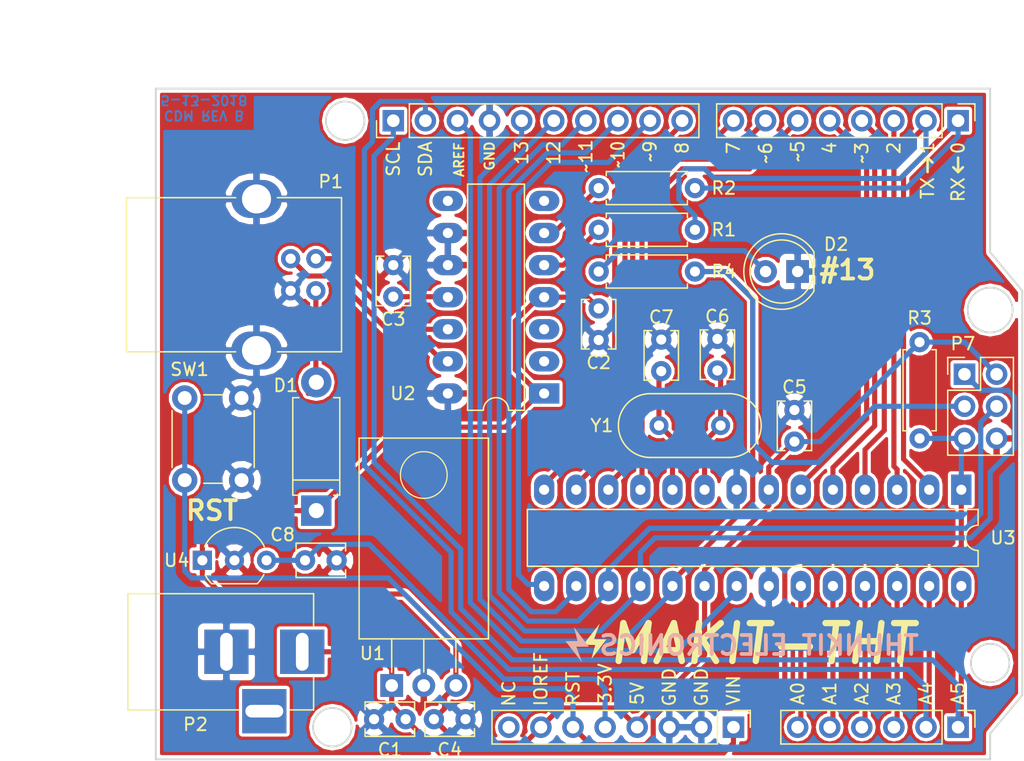
<source format=kicad_pcb>
(kicad_pcb (version 4) (host pcbnew 4.0.5+dfsg1-4)
  (title_block (title "MAKIT-THT Soldering Kit") (date 2018-05-13) (rev B) (company "Thunkit Electronics"))
  (layers (0 F.Cu signal) (31 B.Cu signal) (34 B.Paste user) (35 F.Paste user) (36 B.SilkS user) (37 F.SilkS user) (38 B.Mask user) (39 F.Mask user) (44 Edge.Cuts user))
  (net 0 "")
  (net 1 VIN)
  (net 2 GND)
  (net 3 +5V)
  (net 4 "Net-(C3-Pad1)")
  (net 5 "Net-(C6-Pad2)")
  (net 6 "Net-(C7-Pad2)")
  (net 7 "Net-(D1-Pad2)")
  (net 8 "Net-(P1-Pad2)")
  (net 9 "Net-(P1-Pad3)")
  (net 10 "Net-(P2-Pad3)")
  (net 11 RST)
  (net 12 PC5)
  (net 13 PC4)
  (net 14 PC3)
  (net 15 PC2)
  (net 16 PC1)
  (net 17 PC0)
  (net 18 PB0)
  (net 19 PB1)
  (net 20 PB2)
  (net 21 PB3)
  (net 22 PB4)
  (net 23 PB5)
  (net 24 AREF)
  (net 25 PD0)
  (net 26 PD1)
  (net 27 PD2)
  (net 28 PD3)
  (net 29 PD4)
  (net 30 PD6)
  (net 31 PD7)
  (net 32 "Net-(R1-Pad2)")
  (net 33 "Net-(R2-Pad2)")
  (net 34 "Net-(U2-Pad8)")
  (net 35 "Net-(U2-Pad2)")
  (net 36 "Net-(U2-Pad3)")
  (net 37 "Net-(U2-Pad7)")
  (net 38 "Net-(D2-Pad2)")
  (net 39 PD5)
  (net 40 "Net-(P3-Pad8)")
  (net 41 +3V3)
  (module MOD:lightning (layer B.Cu) (at 147.701 115.951)
    (fp_text reference G*** hide)
    (fp_text value LOGO hide)
  )
  (module Housings_DIP:DIP-28_W7.62mm_LongPads (layer F.Cu) (at 178.054 103.632 270)
    (fp_text reference U3 (at 3.81 -3.302 540) (layer F.SilkS))
    (fp_text value ATMEGA328P-P)
    (pad 1 thru_hole rect (at 0 0 270) (size 2.4 1.6) (drill 0.8) (layers *.Cu *.Mask) (net 11 RST))
    (pad 15 thru_hole oval (at 7.62 33.02 270) (size 2.4 1.6) (drill 0.8) (layers *.Cu *.Mask) (net 19 PB1))
    (pad 2 thru_hole oval (at 0 2.54 270) (size 2.4 1.6) (drill 0.8) (layers *.Cu *.Mask) (net 25 PD0))
    (pad 16 thru_hole oval (at 7.62 30.48 270) (size 2.4 1.6) (drill 0.8) (layers *.Cu *.Mask) (net 20 PB2))
    (pad 3 thru_hole oval (at 0 5.08 270) (size 2.4 1.6) (drill 0.8) (layers *.Cu *.Mask) (net 26 PD1))
    (pad 17 thru_hole oval (at 7.62 27.94 270) (size 2.4 1.6) (drill 0.8) (layers *.Cu *.Mask) (net 21 PB3))
    (pad 4 thru_hole oval (at 0 7.62 270) (size 2.4 1.6) (drill 0.8) (layers *.Cu *.Mask) (net 27 PD2))
    (pad 18 thru_hole oval (at 7.62 25.4 270) (size 2.4 1.6) (drill 0.8) (layers *.Cu *.Mask) (net 22 PB4))
    (pad 5 thru_hole oval (at 0 10.16 270) (size 2.4 1.6) (drill 0.8) (layers *.Cu *.Mask) (net 28 PD3))
    (pad 19 thru_hole oval (at 7.62 22.86 270) (size 2.4 1.6) (drill 0.8) (layers *.Cu *.Mask) (net 23 PB5))
    (pad 6 thru_hole oval (at 0 12.7 270) (size 2.4 1.6) (drill 0.8) (layers *.Cu *.Mask) (net 29 PD4))
    (pad 20 thru_hole oval (at 7.62 20.32 270) (size 2.4 1.6) (drill 0.8) (layers *.Cu *.Mask) (net 3 +5V))
    (pad 7 thru_hole oval (at 0 15.24 270) (size 2.4 1.6) (drill 0.8) (layers *.Cu *.Mask) (net 3 +5V))
    (pad 21 thru_hole oval (at 7.62 17.78 270) (size 2.4 1.6) (drill 0.8) (layers *.Cu *.Mask) (net 24 AREF))
    (pad 8 thru_hole oval (at 0 17.78 270) (size 2.4 1.6) (drill 0.8) (layers *.Cu *.Mask) (net 2 GND))
    (pad 22 thru_hole oval (at 7.62 15.24 270) (size 2.4 1.6) (drill 0.8) (layers *.Cu *.Mask) (net 2 GND))
    (pad 9 thru_hole oval (at 0 20.32 270) (size 2.4 1.6) (drill 0.8) (layers *.Cu *.Mask) (net 5 "Net-(C6-Pad2)"))
    (pad 23 thru_hole oval (at 7.62 12.7 270) (size 2.4 1.6) (drill 0.8) (layers *.Cu *.Mask) (net 17 PC0))
    (pad 10 thru_hole oval (at 0 22.86 270) (size 2.4 1.6) (drill 0.8) (layers *.Cu *.Mask) (net 6 "Net-(C7-Pad2)"))
    (pad 24 thru_hole oval (at 7.62 10.16 270) (size 2.4 1.6) (drill 0.8) (layers *.Cu *.Mask) (net 16 PC1))
    (pad 11 thru_hole oval (at 0 25.4 270) (size 2.4 1.6) (drill 0.8) (layers *.Cu *.Mask) (net 39 PD5))
    (pad 25 thru_hole oval (at 7.62 7.62 270) (size 2.4 1.6) (drill 0.8) (layers *.Cu *.Mask) (net 15 PC2))
    (pad 12 thru_hole oval (at 0 27.94 270) (size 2.4 1.6) (drill 0.8) (layers *.Cu *.Mask) (net 30 PD6))
    (pad 26 thru_hole oval (at 7.62 5.08 270) (size 2.4 1.6) (drill 0.8) (layers *.Cu *.Mask) (net 14 PC3))
    (pad 13 thru_hole oval (at 0 30.48 270) (size 2.4 1.6) (drill 0.8) (layers *.Cu *.Mask) (net 31 PD7))
    (pad 27 thru_hole oval (at 7.62 2.54 270) (size 2.4 1.6) (drill 0.8) (layers *.Cu *.Mask) (net 13 PC4))
    (pad 14 thru_hole oval (at 0 33.02 270) (size 2.4 1.6) (drill 0.8) (layers *.Cu *.Mask) (net 18 PB0))
    (pad 28 thru_hole oval (at 7.62 0 270) (size 2.4 1.6) (drill 0.8) (layers *.Cu *.Mask) (net 12 PC5))
  )
  (module Capacitors_THT:C_Disc_D3.8mm_W2.6mm_P2.50mm (layer F.Cu) (at 164.846 99.822 90)
    (fp_text reference C5 (at 4.318 0 180) (layer F.SilkS))
    (fp_text value 0.1uF)
    (pad 1 thru_hole circle (at 0 0 90) (size 1.6 1.6) (drill 0.8) (layers *.Cu *.Mask) (net 3 +5V))
    (pad 2 thru_hole circle (at 2.5 0 90) (size 1.6 1.6) (drill 0.8) (layers *.Cu *.Mask) (net 2 GND))
  )
  (module Capacitors_THT:C_Disc_D3.8mm_W2.6mm_P2.50mm (layer F.Cu) (at 134.072 121.793 180)
    (fp_text reference C1 (at 1.23 -2.413 180) (layer F.SilkS))
    (fp_text value 0.33uF)
    (pad 1 thru_hole circle (at 0 0 180) (size 1.6 1.6) (drill 0.8) (layers *.Cu *.Mask) (net 1 VIN))
    (pad 2 thru_hole circle (at 2.5 0 180) (size 1.6 1.6) (drill 0.8) (layers *.Cu *.Mask) (net 2 GND))
  )
  (module Capacitors_THT:C_Disc_D3.8mm_W2.6mm_P2.50mm (layer F.Cu) (at 149.352 91.781 90)
    (fp_text reference C2 (at -1.778 0 180) (layer F.SilkS))
    (fp_text value 0.33uF)
    (pad 1 thru_hole circle (at 0 0 90) (size 1.6 1.6) (drill 0.8) (layers *.Cu *.Mask) (net 2 GND))
    (pad 2 thru_hole circle (at 2.5 0 90) (size 1.6 1.6) (drill 0.8) (layers *.Cu *.Mask) (net 3 +5V))
  )
  (module Capacitors_THT:C_Disc_D3.8mm_W2.6mm_P2.50mm (layer F.Cu) (at 133.096 88.352 90)
    (fp_text reference C3 (at -1.778 0 180) (layer F.SilkS))
    (fp_text value 0.1uF)
    (pad 1 thru_hole circle (at 0 0 90) (size 1.6 1.6) (drill 0.8) (layers *.Cu *.Mask) (net 4 "Net-(C3-Pad1)"))
    (pad 2 thru_hole circle (at 2.5 0 90) (size 1.6 1.6) (drill 0.8) (layers *.Cu *.Mask) (net 2 GND))
  )
  (module Capacitors_THT:C_Disc_D3.8mm_W2.6mm_P2.50mm (layer F.Cu) (at 136.311 121.793)
    (fp_text reference C4 (at 1.25 2.413) (layer F.SilkS))
    (fp_text value 0.1uF)
    (pad 1 thru_hole circle (at 0 0) (size 1.6 1.6) (drill 0.8) (layers *.Cu *.Mask) (net 3 +5V))
    (pad 2 thru_hole circle (at 2.5 0) (size 1.6 1.6) (drill 0.8) (layers *.Cu *.Mask) (net 2 GND))
  )
  (module Capacitors_THT:C_Disc_D3.8mm_W2.6mm_P2.50mm (layer F.Cu) (at 158.75 91.694 270)
    (fp_text reference C6 (at -1.778 0 360) (layer F.SilkS))
    (fp_text value 18pF)
    (pad 1 thru_hole circle (at 0 0 270) (size 1.6 1.6) (drill 0.8) (layers *.Cu *.Mask) (net 2 GND))
    (pad 2 thru_hole circle (at 2.5 0 270) (size 1.6 1.6) (drill 0.8) (layers *.Cu *.Mask) (net 5 "Net-(C6-Pad2)"))
  )
  (module Capacitors_THT:C_Disc_D3.8mm_W2.6mm_P2.50mm (layer F.Cu) (at 154.305 91.748 270)
    (fp_text reference C7 (at -1.778 0 360) (layer F.SilkS))
    (fp_text value 18pF)
    (pad 1 thru_hole circle (at 0 0 270) (size 1.6 1.6) (drill 0.8) (layers *.Cu *.Mask) (net 2 GND))
    (pad 2 thru_hole circle (at 2.5 0 270) (size 1.6 1.6) (drill 0.8) (layers *.Cu *.Mask) (net 6 "Net-(C7-Pad2)"))
  )
  (module Connectors:USB_B (layer F.Cu) (at 126.968 87.884 180)
    (fp_text reference P1 (at -1.175 8.636 360) (layer F.SilkS))
    (fp_text value USB_A)
    (pad 2 thru_hole circle (at 0 2.54 90) (size 1.52 1.52) (drill 0.81) (layers *.Cu *.Mask) (net 8 "Net-(P1-Pad2)"))
    (pad 1 thru_hole circle (at 0 0 90) (size 1.52 1.52) (drill 0.81) (layers *.Cu *.Mask) (net 7 "Net-(D1-Pad2)"))
    (pad 4 thru_hole circle (at 2 0 90) (size 1.52 1.52) (drill 0.81) (layers *.Cu *.Mask) (net 2 GND))
    (pad 3 thru_hole circle (at 2 2.54 90) (size 1.52 1.52) (drill 0.81) (layers *.Cu *.Mask) (net 9 "Net-(P1-Pad3)"))
    (pad 5 thru_hole oval (at 4.7 7.27 90) (size 3 4) (drill 2.3) (layers *.Cu *.Mask) (net 2 GND))
    (pad 5 thru_hole oval (at 4.7 -4.73 90) (size 3 4) (drill 2.3) (layers *.Cu *.Mask) (net 2 GND))
  )
  (module Connectors:BARREL_JACK (layer F.Cu) (at 125.888 116.459)
    (fp_text reference P2 (at -8.45 5.75 180) (layer F.SilkS))
    (fp_text value BARREL_JACK)
    (pad 1 thru_hole rect (at 0 0) (size 3.5 3.5) (drill oval 1 3) (layers *.Cu *.Mask) (net 1 VIN))
    (pad 2 thru_hole rect (at -6 0) (size 3.5 3.5) (drill oval 1 3) (layers *.Cu *.Mask) (net 2 GND))
    (pad 3 thru_hole rect (at -3 4.7) (size 3.5 3.5) (drill oval 3 1) (layers *.Cu *.Mask) (net 10 "Net-(P2-Pad3)"))
  )
  (module Pin_Headers:Pin_Header_Straight_1x06_Pitch2.54mm (layer F.Cu) (at 177.8 122.428 270)
    (fp_text reference P4 hide)
    (fp_text value CONN_01X06)
    (pad 1 thru_hole rect (at 0 0 270) (size 1.7 1.7) (drill 1) (layers *.Cu *.Mask) (net 12 PC5))
    (pad 2 thru_hole oval (at 0 2.54 270) (size 1.7 1.7) (drill 1) (layers *.Cu *.Mask) (net 13 PC4))
    (pad 3 thru_hole oval (at 0 5.08 270) (size 1.7 1.7) (drill 1) (layers *.Cu *.Mask) (net 14 PC3))
    (pad 4 thru_hole oval (at 0 7.62 270) (size 1.7 1.7) (drill 1) (layers *.Cu *.Mask) (net 15 PC2))
    (pad 5 thru_hole oval (at 0 10.16 270) (size 1.7 1.7) (drill 1) (layers *.Cu *.Mask) (net 16 PC1))
    (pad 6 thru_hole oval (at 0 12.7 270) (size 1.7 1.7) (drill 1) (layers *.Cu *.Mask) (net 17 PC0))
  )
  (module Pin_Headers:Pin_Header_Straight_1x08_Pitch2.54mm (layer F.Cu) (at 177.8 74.422 270)
    (fp_text reference P6 hide)
    (fp_text value CONN_01X08)
    (pad 1 thru_hole rect (at 0 0 270) (size 1.7 1.7) (drill 1) (layers *.Cu *.Mask) (net 25 PD0))
    (pad 2 thru_hole oval (at 0 2.54 270) (size 1.7 1.7) (drill 1) (layers *.Cu *.Mask) (net 26 PD1))
    (pad 3 thru_hole oval (at 0 5.08 270) (size 1.7 1.7) (drill 1) (layers *.Cu *.Mask) (net 27 PD2))
    (pad 4 thru_hole oval (at 0 7.62 270) (size 1.7 1.7) (drill 1) (layers *.Cu *.Mask) (net 28 PD3))
    (pad 5 thru_hole oval (at 0 10.16 270) (size 1.7 1.7) (drill 1) (layers *.Cu *.Mask) (net 29 PD4))
    (pad 6 thru_hole oval (at 0 12.7 270) (size 1.7 1.7) (drill 1) (layers *.Cu *.Mask) (net 39 PD5))
    (pad 7 thru_hole oval (at 0 15.24 270) (size 1.7 1.7) (drill 1) (layers *.Cu *.Mask) (net 30 PD6))
    (pad 8 thru_hole oval (at 0 17.78 270) (size 1.7 1.7) (drill 1) (layers *.Cu *.Mask) (net 31 PD7))
  )
  (module Resistors_THT:R_Axial_DIN0207_L6.3mm_D2.5mm_P7.62mm_Horizontal (layer F.Cu) (at 156.972 83.058 180)
    (fp_text reference R1 (at -2.286 0 180) (layer F.SilkS))
    (fp_text value 1K)
    (pad 1 thru_hole circle (at 0 0 180) (size 1.6 1.6) (drill 0.8) (layers *.Cu *.Mask) (net 26 PD1))
    (pad 2 thru_hole oval (at 7.62 0 180) (size 1.6 1.6) (drill 0.8) (layers *.Cu *.Mask) (net 32 "Net-(R1-Pad2)"))
  )
  (module Resistors_THT:R_Axial_DIN0207_L6.3mm_D2.5mm_P7.62mm_Horizontal (layer F.Cu) (at 156.972 79.756 180)
    (fp_text reference R2 (at -2.286 0 180) (layer F.SilkS))
    (fp_text value 1K)
    (pad 1 thru_hole circle (at 0 0 180) (size 1.6 1.6) (drill 0.8) (layers *.Cu *.Mask) (net 25 PD0))
    (pad 2 thru_hole oval (at 7.62 0 180) (size 1.6 1.6) (drill 0.8) (layers *.Cu *.Mask) (net 33 "Net-(R2-Pad2)"))
  )
  (module Resistors_THT:R_Axial_DIN0207_L6.3mm_D2.5mm_P7.62mm_Horizontal (layer F.Cu) (at 174.752 91.948 270)
    (fp_text reference R3 (at -1.905 0 360) (layer F.SilkS))
    (fp_text value 10K)
    (pad 1 thru_hole circle (at 0 0 270) (size 1.6 1.6) (drill 0.8) (layers *.Cu *.Mask) (net 3 +5V))
    (pad 2 thru_hole oval (at 7.62 0 270) (size 1.6 1.6) (drill 0.8) (layers *.Cu *.Mask) (net 11 RST))
  )
  (module Buttons_Switches_THT:SW_PUSH_6mm (layer F.Cu) (at 116.586 102.87 90)
    (fp_text reference SW1 (at 8.763 0.381 360) (layer F.SilkS))
    (fp_text value Push_SW)
    (pad 2 thru_hole circle (at 0 4.5 180) (size 2 2) (drill 1.1) (layers *.Cu *.Mask) (net 2 GND))
    (pad 1 thru_hole circle (at 0 0 180) (size 2 2) (drill 1.1) (layers *.Cu *.Mask) (net 11 RST))
    (pad 2 thru_hole circle (at 6.5 4.5 180) (size 2 2) (drill 1.1) (layers *.Cu *.Mask) (net 2 GND))
    (pad 1 thru_hole circle (at 6.5 0 180) (size 2 2) (drill 1.1) (layers *.Cu *.Mask) (net 11 RST))
  )
  (module Housings_DIP:DIP-14_W7.62mm_LongPads (layer F.Cu) (at 145.034 96.012 180)
    (fp_text reference U2 (at 11.176 0 180) (layer F.SilkS))
    (fp_text value MCP2221A)
    (pad 1 thru_hole rect (at 0 0 180) (size 2.4 1.6) (drill 0.8) (layers *.Cu *.Mask) (net 3 +5V))
    (pad 8 thru_hole oval (at 7.62 15.24 180) (size 2.4 1.6) (drill 0.8) (layers *.Cu *.Mask) (net 34 "Net-(U2-Pad8)"))
    (pad 2 thru_hole oval (at 0 2.54 180) (size 2.4 1.6) (drill 0.8) (layers *.Cu *.Mask) (net 35 "Net-(U2-Pad2)"))
    (pad 9 thru_hole oval (at 7.62 12.7 180) (size 2.4 1.6) (drill 0.8) (layers *.Cu *.Mask) (net 2 GND))
    (pad 3 thru_hole oval (at 0 5.08 180) (size 2.4 1.6) (drill 0.8) (layers *.Cu *.Mask) (net 36 "Net-(U2-Pad3)"))
    (pad 10 thru_hole oval (at 7.62 10.16 180) (size 2.4 1.6) (drill 0.8) (layers *.Cu *.Mask) (net 2 GND))
    (pad 4 thru_hole oval (at 0 7.62 180) (size 2.4 1.6) (drill 0.8) (layers *.Cu *.Mask) (net 3 +5V))
    (pad 11 thru_hole oval (at 7.62 7.62 180) (size 2.4 1.6) (drill 0.8) (layers *.Cu *.Mask) (net 4 "Net-(C3-Pad1)"))
    (pad 5 thru_hole oval (at 0 10.16 180) (size 2.4 1.6) (drill 0.8) (layers *.Cu *.Mask) (net 32 "Net-(R1-Pad2)"))
    (pad 12 thru_hole oval (at 7.62 5.08 180) (size 2.4 1.6) (drill 0.8) (layers *.Cu *.Mask) (net 8 "Net-(P1-Pad2)"))
    (pad 6 thru_hole oval (at 0 12.7 180) (size 2.4 1.6) (drill 0.8) (layers *.Cu *.Mask) (net 33 "Net-(R2-Pad2)"))
    (pad 13 thru_hole oval (at 7.62 2.54 180) (size 2.4 1.6) (drill 0.8) (layers *.Cu *.Mask) (net 9 "Net-(P1-Pad3)"))
    (pad 7 thru_hole oval (at 0 15.24 180) (size 2.4 1.6) (drill 0.8) (layers *.Cu *.Mask) (net 37 "Net-(U2-Pad7)"))
    (pad 14 thru_hole oval (at 7.62 0 180) (size 2.4 1.6) (drill 0.8) (layers *.Cu *.Mask) (net 2 GND))
  )
  (module Crystals:Crystal_HC49-U_Vertical (layer F.Cu) (at 159.004 98.552 180)
    (fp_text reference Y1 (at 9.398 0 180) (layer F.SilkS))
    (fp_text value 16MHz)
    (pad 1 thru_hole circle (at 0 0 180) (size 1.5 1.5) (drill 0.8) (layers *.Cu *.Mask) (net 5 "Net-(C6-Pad2)"))
    (pad 2 thru_hole circle (at 4.88 0 180) (size 1.5 1.5) (drill 0.8) (layers *.Cu *.Mask) (net 6 "Net-(C7-Pad2)"))
  )
  (module LEDs:LED_D5.0mm (layer F.Cu) (at 165.1 86.36 180)
    (fp_text reference D2 (at -3.048 2.159 360) (layer F.SilkS))
    (fp_text value LED)
    (pad 1 thru_hole rect (at 0 0 180) (size 1.8 1.8) (drill 0.9) (layers *.Cu *.Mask) (net 2 GND))
    (pad 2 thru_hole circle (at 2.54 0 180) (size 1.8 1.8) (drill 0.9) (layers *.Cu *.Mask) (net 38 "Net-(D2-Pad2)"))
  )
  (module Resistors_THT:R_Axial_DIN0207_L6.3mm_D2.5mm_P7.62mm_Horizontal (layer F.Cu) (at 149.352 86.36)
    (fp_text reference R4 (at 9.906 0 180) (layer F.SilkS))
    (fp_text value 470)
    (pad 1 thru_hole circle (at 0 0) (size 1.6 1.6) (drill 0.8) (layers *.Cu *.Mask) (net 38 "Net-(D2-Pad2)"))
    (pad 2 thru_hole oval (at 7.62 0) (size 1.6 1.6) (drill 0.8) (layers *.Cu *.Mask) (net 23 PB5))
  )
  (module Pin_Headers:Pin_Header_Straight_1x08_Pitch2.54mm (layer F.Cu) (at 160.02 122.428 270)
    (fp_text reference P3 hide)
    (fp_text value CONN_01X08)
    (pad 1 thru_hole rect (at 0 0 270) (size 1.7 1.7) (drill 1) (layers *.Cu *.Mask) (net 1 VIN))
    (pad 2 thru_hole oval (at 0 2.54 270) (size 1.7 1.7) (drill 1) (layers *.Cu *.Mask) (net 2 GND))
    (pad 3 thru_hole oval (at 0 5.08 270) (size 1.7 1.7) (drill 1) (layers *.Cu *.Mask) (net 2 GND))
    (pad 4 thru_hole oval (at 0 7.62 270) (size 1.7 1.7) (drill 1) (layers *.Cu *.Mask) (net 3 +5V))
    (pad 5 thru_hole oval (at 0 10.16 270) (size 1.7 1.7) (drill 1) (layers *.Cu *.Mask) (net 41 +3V3))
    (pad 6 thru_hole oval (at 0 12.7 270) (size 1.7 1.7) (drill 1) (layers *.Cu *.Mask) (net 11 RST))
    (pad 7 thru_hole oval (at 0 15.24 270) (size 1.7 1.7) (drill 1) (layers *.Cu *.Mask) (net 3 +5V))
    (pad 8 thru_hole oval (at 0 17.78 270) (size 1.7 1.7) (drill 1) (layers *.Cu *.Mask) (net 40 "Net-(P3-Pad8)"))
  )
  (module MOD:lightning (layer F.Cu) (at 149.098 115.57)
    (fp_text reference G*** hide)
    (fp_text value LOGO hide)
  )
  (module Pin_Headers:Pin_Header_Straight_2x03_Pitch2.54mm (layer F.Cu) (at 178.308 94.488)
    (fp_text reference P7 (at -0.127 -2.413) (layer F.SilkS))
    (fp_text value ICSP)
    (pad 1 thru_hole rect (at 0 0) (size 1.7 1.7) (drill 1) (layers *.Cu *.Mask) (net 22 PB4))
    (pad 2 thru_hole oval (at 2.54 0) (size 1.7 1.7) (drill 1) (layers *.Cu *.Mask) (net 3 +5V))
    (pad 3 thru_hole oval (at 0 2.54) (size 1.7 1.7) (drill 1) (layers *.Cu *.Mask) (net 23 PB5))
    (pad 4 thru_hole oval (at 2.54 2.54) (size 1.7 1.7) (drill 1) (layers *.Cu *.Mask) (net 21 PB3))
    (pad 5 thru_hole oval (at 0 5.08) (size 1.7 1.7) (drill 1) (layers *.Cu *.Mask) (net 11 RST))
    (pad 6 thru_hole oval (at 2.54 5.08) (size 1.7 1.7) (drill 1) (layers *.Cu *.Mask) (net 2 GND))
  )
  (module Pin_Headers:Pin_Header_Straight_1x10_Pitch2.54mm (layer F.Cu) (at 133.096 74.422 90)
    (fp_text reference P5 hide)
    (fp_text value CONN_01X10)
    (pad 1 thru_hole rect (at 0 0 90) (size 1.7 1.7) (drill 1) (layers *.Cu *.Mask) (net 12 PC5))
    (pad 2 thru_hole oval (at 0 2.54 90) (size 1.7 1.7) (drill 1) (layers *.Cu *.Mask) (net 13 PC4))
    (pad 3 thru_hole oval (at 0 5.08 90) (size 1.7 1.7) (drill 1) (layers *.Cu *.Mask) (net 24 AREF))
    (pad 4 thru_hole oval (at 0 7.62 90) (size 1.7 1.7) (drill 1) (layers *.Cu *.Mask) (net 2 GND))
    (pad 5 thru_hole oval (at 0 10.16 90) (size 1.7 1.7) (drill 1) (layers *.Cu *.Mask) (net 23 PB5))
    (pad 6 thru_hole oval (at 0 12.7 90) (size 1.7 1.7) (drill 1) (layers *.Cu *.Mask) (net 22 PB4))
    (pad 7 thru_hole oval (at 0 15.24 90) (size 1.7 1.7) (drill 1) (layers *.Cu *.Mask) (net 21 PB3))
    (pad 8 thru_hole oval (at 0 17.78 90) (size 1.7 1.7) (drill 1) (layers *.Cu *.Mask) (net 20 PB2))
    (pad 9 thru_hole oval (at 0 20.32 90) (size 1.7 1.7) (drill 1) (layers *.Cu *.Mask) (net 19 PB1))
    (pad 10 thru_hole oval (at 0 22.86 90) (size 1.7 1.7) (drill 1) (layers *.Cu *.Mask) (net 18 PB0))
  )
  (module Capacitors_THT:C_Disc_D3.8mm_W2.6mm_P2.50mm (layer F.Cu) (at 126.111 109.22)
    (fp_text reference C8 (at -1.778 -2.032 180) (layer F.SilkS))
    (fp_text value 0.1uF)
    (pad 1 thru_hole circle (at 0 0) (size 1.6 1.6) (drill 0.8) (layers *.Cu *.Mask) (net 41 +3V3))
    (pad 2 thru_hole circle (at 2.5 0) (size 1.6 1.6) (drill 0.8) (layers *.Cu *.Mask) (net 2 GND))
  )
  (module TO_SOT_Packages_THT:TO-92_Inline_Wide (layer F.Cu) (at 117.983 109.22)
    (fp_text reference U4 (at -2.032 0 180) (layer F.SilkS))
    (fp_text value L78L33)
    (pad 2 thru_hole circle (at 2.54 0 90) (size 1.52 1.52) (drill 0.8) (layers *.Cu *.Mask) (net 2 GND))
    (pad 3 thru_hole circle (at 5.08 0 90) (size 1.52 1.52) (drill 0.8) (layers *.Cu *.Mask) (net 41 +3V3))
    (pad 1 thru_hole rect (at 0 0 90) (size 1.52 1.52) (drill 0.8) (layers *.Cu *.Mask) (net 3 +5V))
  )
  (module MOD:TO-220-3_Horizontal_NO_HOLE (layer F.Cu) (at 132.969 119.126)
    (fp_text reference U1 (at -1.524 -2.54) (layer F.SilkS))
    (fp_text value LM7805CT)
    (pad 1 thru_hole rect (at 0 0) (size 1.8 1.8) (drill 1) (layers *.Cu *.Mask) (net 1 VIN))
    (pad 2 thru_hole oval (at 2.54 0) (size 1.8 1.8) (drill 1) (layers *.Cu *.Mask) (net 2 GND))
    (pad 3 thru_hole oval (at 5.08 0) (size 1.8 1.8) (drill 1) (layers *.Cu *.Mask) (net 3 +5V))
  )
  (module Diodes_THT:D_DO-15_P10.16mm_Horizontal (layer F.Cu) (at 127 105.283 90)
    (fp_text reference D1 (at 9.906 -2.413 180) (layer F.SilkS))
    (fp_text value 2A)
    (pad 1 thru_hole rect (at 0 0 90) (size 2.4 2.4) (drill 1.2) (layers *.Cu *.Mask) (net 3 +5V))
    (pad 2 thru_hole oval (at 10.16 0 90) (size 2.4 2.4) (drill 1.2) (layers *.Cu *.Mask) (net 7 "Net-(D1-Pad2)"))
  )
  (gr_text "THUNKIT ELECTRONICS" (at 162.052 115.951) (layer B.SilkS) (effects (font (size 1.5 1.5) (thickness 0.3)) (justify mirror)))
  (gr_text 1 (at 175.387 76.581 90) (layer F.SilkS) (effects (font (size 1 1))))
  (gr_text 0 (at 177.8 76.581 90) (layer F.SilkS) (effects (font (size 1 1))))
  (gr_line (start 177.8 78.486) (end 177.418999 78.105) (layer F.SilkS) (width 0.2))
  (gr_line (start 177.8 78.486) (end 178.181 78.105) (layer F.SilkS) (width 0.2))
  (gr_line (start 177.8 77.343001) (end 177.8 78.486) (layer F.SilkS) (width 0.2))
  (gr_line (start 175.387 77.343) (end 175.768 77.724) (layer F.SilkS) (width 0.2))
  (gr_line (start 175.387 77.343) (end 175.006 77.724) (layer F.SilkS) (width 0.2))
  (gr_line (start 175.387 78.486) (end 175.387 77.343) (layer F.SilkS) (width 0.2))
  (gr_circle (center 128.27 122.428) (end 129.794 122.428) (layer Edge.Cuts) (width 0.15))
  (gr_text RX (at 177.8 79.883 90) (layer F.SilkS) (effects (font (size 1 1))))
  (gr_text TX (at 175.387 79.756 90) (layer F.SilkS) (effects (font (size 1 1))))
  (gr_text 2 (at 172.72 76.581 90) (layer F.SilkS) (effects (font (size 1 1))))
  (gr_text ~~3 (at 170.18 76.962 90) (layer F.SilkS) (effects (font (size 1 1))))
  (gr_text 4 (at 167.64 76.581 90) (layer F.SilkS) (effects (font (size 1 1))))
  (gr_text ~~5 (at 165.1 76.835 90) (layer F.SilkS) (effects (font (size 1 1))))
  (gr_text ~~6 (at 162.56 76.962 90) (layer F.SilkS) (effects (font (size 1 1))))
  (gr_text 7 (at 160.02 76.581 90) (layer F.SilkS) (effects (font (size 1 1))))
  (gr_text 8 (at 155.956 76.581 90) (layer F.SilkS) (effects (font (size 1 1))))
  (gr_text ~~9 (at 153.416 76.835 90) (layer F.SilkS) (effects (font (size 1 1))))
  (gr_text ~~10 (at 150.876 77.089 90) (layer F.SilkS) (effects (font (size 1 0.8))))
  (gr_text ~~11 (at 148.336 77.216 90) (layer F.SilkS) (effects (font (size 1 1))))
  (gr_text 12 (at 145.796 76.962 90) (layer F.SilkS) (effects (font (size 1 1))))
  (gr_text 13 (at 143.256 76.962 90) (layer F.SilkS) (effects (font (size 1 1))))
  (gr_text GND (at 140.716 77.216 90) (layer F.SilkS) (effects (font (size 0.75 0.75))))
  (gr_text "AREF " (at 138.303 77.216 90) (layer F.SilkS) (effects (font (size 0.75 0.75))))
  (gr_text SCL (at 133.096 77.47 90) (layer F.SilkS) (effects (font (size 1 1))))
  (gr_text SDA (at 135.636 77.47 90) (layer F.SilkS) (effects (font (size 1 1))))
  (gr_text A5 (at 177.8 119.761 90) (layer F.SilkS) (effects (font (size 1 1))))
  (gr_text A4 (at 175.26 119.761 90) (layer F.SilkS) (effects (font (size 1 1))))
  (gr_text A3 (at 172.72 119.761 90) (layer F.SilkS) (effects (font (size 1 1))))
  (gr_text A2 (at 170.18 119.761 90) (layer F.SilkS) (effects (font (size 1 1))))
  (gr_text A1 (at 167.64 119.761 90) (layer F.SilkS) (effects (font (size 1 1))))
  (gr_text A0 (at 165.1 119.761 90) (layer F.SilkS) (effects (font (size 1 1))))
  (gr_text VIN (at 160.02 119.507 90) (layer F.SilkS) (effects (font (size 1 1))))
  (gr_text GND (at 157.48 119.253 90) (layer F.SilkS) (effects (font (size 1 1))))
  (gr_text GND (at 154.94 119.253 90) (layer F.SilkS) (effects (font (size 1 1))))
  (gr_text 5V (at 152.4 119.761 90) (layer F.SilkS) (effects (font (size 1 1))))
  (gr_text 3.3V (at 149.86 118.999 90) (layer F.SilkS) (effects (font (size 1 1))))
  (gr_text RST (at 147.32 119.38 90) (layer F.SilkS) (effects (font (size 1 1))))
  (gr_text IOREF (at 144.78 118.618 90) (layer F.SilkS) (effects (font (size 1 1))))
  (gr_text NC (at 142.24 119.761 90) (layer F.SilkS) (effects (font (size 1 1))))
  (gr_text "CDM REV B\n5-13-2018" (at 118.11 73.406 180) (layer B.Cu) (effects (font (size 0.75 0.75)) (justify mirror)))
  (gr_text RST (at 118.745 105.283) (layer F.SilkS) (effects (font (size 1.5 1.5) (thickness 0.3))))
  (gr_text MAKIT-THT (at 162.306 115.824) (layer F.SilkS) (effects (font (size 3 3) (thickness 0.5) italic)))
  (gr_text "#13" (at 169.037 86.233) (layer F.SilkS) (effects (font (size 1.5 1.5) (thickness 0.3))))
  (gr_circle (center 180.34 117.348) (end 181.864 117.348) (layer Edge.Cuts) (width 0.15))
  (gr_circle (center 180.34 89.408) (end 182.118 89.408) (layer Edge.Cuts) (width 0.15))
  (gr_circle (center 129.286 74.422) (end 130.81 74.422) (layer Edge.Cuts) (width 0.15))
  (gr_line (start 180.34 122.936) (end 180.34 124.968) (layer Edge.Cuts) (width 0.15))
  (gr_line (start 182.88 119.888) (end 180.34 122.936) (layer Edge.Cuts) (width 0.15))
  (gr_line (start 182.88 87.884) (end 182.88 119.888) (layer Edge.Cuts) (width 0.15))
  (gr_line (start 180.34 84.836) (end 182.88 87.884) (layer Edge.Cuts) (width 0.15))
  (gr_line (start 180.34 71.882) (end 180.34 84.836) (layer Edge.Cuts) (width 0.15))
  (gr_line (start 114.3 71.882) (end 180.34 71.882) (layer Edge.Cuts) (width 0.15))
  (gr_line (start 114.3 124.968) (end 114.3 71.882) (layer Edge.Cuts) (width 0.15))
  (gr_line (start 180.34 124.968) (end 114.3 124.968) (layer Edge.Cuts) (width 0.15))
  (segment (start 134.072 121.793) (end 136.739 124.46) (width 0.4064) (layer F.Cu) (net 1))
  (segment (start 136.739 124.46) (end 159.258 124.46) (width 0.4064) (layer F.Cu) (net 1))
  (segment (start 159.258 124.46) (end 159.258 124.4464) (width 0.4064) (layer F.Cu) (net 1))
  (segment (start 159.258 124.4464) (end 160.02 123.6844) (width 0.4064) (layer F.Cu) (net 1))
  (segment (start 160.02 123.6844) (end 160.02 122.428) (width 0.4064) (layer F.Cu) (net 1))
  (segment (start 132.969 119.126) (end 132.969 120.69) (width 0.4064) (layer F.Cu) (net 1))
  (segment (start 132.969 120.69) (end 134.072 121.793) (width 0.4064) (layer F.Cu) (net 1))
  (segment (start 125.888 116.459) (end 131.6084 116.459) (width 0.4064) (layer F.Cu) (net 1))
  (segment (start 131.6084 116.459) (end 132.969 117.8196) (width 0.4064) (layer F.Cu) (net 1))
  (segment (start 132.969 117.8196) (end 132.969 119.126) (width 0.4064) (layer F.Cu) (net 1))
  (segment (start 138.049 119.126) (end 137.149001 120.025999) (width 0.4064) (layer F.Cu) (net 3))
  (segment (start 137.149001 120.025999) (end 137.149001 120.954999) (width 0.4064) (layer F.Cu) (net 3))
  (segment (start 137.149001 120.954999) (end 136.311 121.793) (width 0.4064) (layer F.Cu) (net 3))
  (segment (start 133.985 111.887) (end 138.049 115.951) (width 0.4064) (layer F.Cu) (net 3))
  (segment (start 118.237 110.617) (end 119.507 111.887) (width 0.4064) (layer F.Cu) (net 3))
  (segment (start 119.507 111.887) (end 133.985 111.887) (width 0.4064) (layer F.Cu) (net 3))
  (segment (start 118.2136 110.617) (end 118.237 110.617) (width 0.4064) (layer F.Cu) (net 3))
  (segment (start 138.049 115.951) (end 138.049 119.126) (width 0.4064) (layer F.Cu) (net 3))
  (segment (start 144.78 122.428) (end 143.523599 123.684401) (width 0.4064) (layer F.Cu) (net 3))
  (segment (start 143.523599 123.684401) (end 138.202401 123.684401) (width 0.4064) (layer F.Cu) (net 3))
  (segment (start 138.202401 123.684401) (end 136.311 121.793) (width 0.4064) (layer F.Cu) (net 3))
  (segment (start 133.604 98.679) (end 141.967 98.679) (width 0.4064) (layer F.Cu) (net 3))
  (segment (start 128.27 104.013) (end 133.604 98.679) (width 0.4064) (layer F.Cu) (net 3))
  (segment (start 127 105.283) (end 128.27 104.013) (width 0.4064) (layer F.Cu) (net 3))
  (segment (start 117.983 109.22) (end 117.983 107.061) (width 0.4064) (layer F.Cu) (net 3))
  (segment (start 117.983 107.061) (end 119.761 105.283) (width 0.4064) (layer F.Cu) (net 3))
  (segment (start 119.761 105.283) (end 121.0076 105.283) (width 0.4064) (layer F.Cu) (net 3))
  (segment (start 121.0076 105.283) (end 127 105.283) (width 0.4064) (layer F.Cu) (net 3))
  (segment (start 117.983 109.22) (end 117.983 110.3864) (width 0.4064) (layer F.Cu) (net 3))
  (segment (start 117.983 110.3864) (end 118.2136 110.617) (width 0.4064) (layer F.Cu) (net 3))
  (segment (start 141.967 98.679) (end 144.634 96.012) (width 0.4064) (layer F.Cu) (net 3))
  (segment (start 164.846 99.822) (end 166.878 99.822) (width 0.4064) (layer B.Cu) (net 3))
  (segment (start 166.878 99.822) (end 174.752 91.948) (width 0.4064) (layer B.Cu) (net 3))
  (segment (start 162.814 103.632) (end 162.814 101.854) (width 0.4064) (layer F.Cu) (net 3))
  (segment (start 162.814 101.854) (end 164.846 99.822) (width 0.4064) (layer F.Cu) (net 3))
  (segment (start 149.352 89.281) (end 148.463 88.392) (width 0.4064) (layer F.Cu) (net 3))
  (segment (start 148.463 88.392) (end 145.034 88.392) (width 0.4064) (layer F.Cu) (net 3))
  (segment (start 144.634 96.012) (end 145.034 96.012) (width 0.4064) (layer F.Cu) (net 3))
  (segment (start 142.748 94.126) (end 144.634 96.012) (width 0.4064) (layer F.Cu) (net 3))
  (segment (start 145.034 96.266) (end 145.034 96.012) (width 0.4064) (layer F.Cu) (net 3))
  (segment (start 157.734 116.713) (end 157.734 111.252) (width 0.4064) (layer F.Cu) (net 3))
  (segment (start 152.4 122.047) (end 157.734 116.713) (width 0.4064) (layer F.Cu) (net 3))
  (segment (start 152.4 122.428) (end 152.4 122.047) (width 0.4064) (layer F.Cu) (net 3))
  (segment (start 150.876 120.904) (end 152.4 122.428) (width 0.4064) (layer F.Cu) (net 3))
  (segment (start 162.814 104.883) (end 162.814 103.632) (width 0.4064) (layer F.Cu) (net 3))
  (segment (start 157.734 109.963) (end 157.734 111.252) (width 0.4064) (layer F.Cu) (net 3))
  (segment (start 162.814 104.883) (end 157.734 109.963) (width 0.4064) (layer F.Cu) (net 3))
  (segment (start 146.304 120.904) (end 150.876 120.904) (width 0.4064) (layer F.Cu) (net 3))
  (segment (start 174.244 91.948) (end 178.308 91.948) (width 0.4064) (layer B.Cu) (net 3))
  (segment (start 178.308 91.948) (end 180.848 94.488) (width 0.4064) (layer B.Cu) (net 3))
  (segment (start 144.78 122.428) (end 146.304 120.904) (width 0.4064) (layer F.Cu) (net 3))
  (segment (start 142.748 90.278) (end 142.748 94.126) (width 0.4064) (layer F.Cu) (net 3))
  (segment (start 145.034 88.392) (end 144.634 88.392) (width 0.4064) (layer F.Cu) (net 3))
  (segment (start 144.634 88.392) (end 142.748 90.278) (width 0.4064) (layer F.Cu) (net 3))
  (segment (start 133.096 88.352) (end 137.374 88.352) (width 0.4064) (layer F.Cu) (net 4))
  (segment (start 137.374 88.352) (end 137.414 88.392) (width 0.4064) (layer F.Cu) (net 4))
  (segment (start 157.734 99.822) (end 157.734 103.632) (width 0.4064) (layer F.Cu) (net 5))
  (segment (start 159.004 98.552) (end 159.004 94.194) (width 0.4064) (layer F.Cu) (net 5))
  (segment (start 159.004 98.552) (end 157.734 99.822) (width 0.4064) (layer F.Cu) (net 5))
  (segment (start 155.194 99.568) (end 155.194 103.632) (width 0.4064) (layer F.Cu) (net 6))
  (segment (start 154.124 98.552) (end 154.124 94.248) (width 0.4064) (layer F.Cu) (net 6))
  (segment (start 154.124 98.498) (end 155.194 99.568) (width 0.4064) (layer F.Cu) (net 6))
  (segment (start 126.968 87.884) (end 126.968 95.409) (width 0.4064) (layer F.Cu) (net 7))
  (segment (start 126.968 95.409) (end 126.365 96.012) (width 0.4064) (layer F.Cu) (net 7))
  (segment (start 133.83112 90.932) (end 128.24312 85.344) (width 0.4064) (layer F.Cu) (net 8))
  (segment (start 128.042802 85.344) (end 126.968 85.344) (width 0.4064) (layer F.Cu) (net 8))
  (segment (start 128.24312 85.344) (end 128.042802 85.344) (width 0.4064) (layer F.Cu) (net 8))
  (segment (start 137.414 90.932) (end 133.83112 90.932) (width 0.4064) (layer F.Cu) (net 8))
  (segment (start 124.968 85.344) (end 126.341599 86.717599) (width 0.4064) (layer F.Cu) (net 9))
  (segment (start 135.255 91.694) (end 135.255 91.713) (width 0.4064) (layer F.Cu) (net 9))
  (segment (start 126.341599 86.717599) (end 128.373599 86.717599) (width 0.4064) (layer F.Cu) (net 9))
  (segment (start 128.373599 86.717599) (end 133.35 91.694) (width 0.4064) (layer F.Cu) (net 9))
  (segment (start 133.35 91.694) (end 135.255 91.694) (width 0.4064) (layer F.Cu) (net 9))
  (segment (start 135.255 91.713) (end 137.014 93.472) (width 0.4064) (layer F.Cu) (net 9))
  (segment (start 137.014 93.472) (end 137.414 93.472) (width 0.4064) (layer F.Cu) (net 9))
  (segment (start 116.586 102.87) (end 116.586 110.074522) (width 0.4064) (layer B.Cu) (net 11))
  (segment (start 116.586 110.074522) (end 117.128478 110.617) (width 0.4064) (layer B.Cu) (net 11))
  (segment (start 117.128478 110.617) (end 132.715 110.617) (width 0.4064) (layer B.Cu) (net 11))
  (segment (start 132.715 110.617) (end 141.478 119.38) (width 0.4064) (layer B.Cu) (net 11))
  (segment (start 141.478 119.38) (end 146.685 119.38) (width 0.4064) (layer B.Cu) (net 11))
  (segment (start 146.685 119.38) (end 147.32 120.015) (width 0.4064) (layer B.Cu) (net 11))
  (segment (start 147.32 120.015) (end 147.32 122.428) (width 0.4064) (layer B.Cu) (net 11))
  (segment (start 116.586 96.37) (end 116.586 102.87) (width 0.4064) (layer B.Cu) (net 11))
  (segment (start 153.035 123.825) (end 148.717 123.825) (width 0.4064) (layer F.Cu) (net 11))
  (segment (start 147.32 122.428) (end 148.169999 123.277999) (width 0.4064) (layer F.Cu) (net 11))
  (segment (start 148.169999 123.277999) (end 148.717 123.825) (width 0.4064) (layer F.Cu) (net 11))
  (segment (start 178.054 103.632) (end 178.054 108.077) (width 0.4064) (layer F.Cu) (net 11))
  (segment (start 178.054 108.077) (end 177.038 109.093) (width 0.4064) (layer F.Cu) (net 11))
  (segment (start 163.068 120.904) (end 154.432 120.904) (width 0.4064) (layer F.Cu) (net 11))
  (segment (start 177.038 109.093) (end 164.973 109.093) (width 0.4064) (layer F.Cu) (net 11))
  (segment (start 164.973 109.093) (end 164.084 109.982) (width 0.4064) (layer F.Cu) (net 11))
  (segment (start 164.084 109.982) (end 164.084 119.888) (width 0.4064) (layer F.Cu) (net 11))
  (segment (start 164.084 119.888) (end 163.068 120.904) (width 0.4064) (layer F.Cu) (net 11))
  (segment (start 154.432 120.904) (end 153.67 121.666) (width 0.4064) (layer F.Cu) (net 11))
  (segment (start 153.67 121.666) (end 153.67 123.19) (width 0.4064) (layer F.Cu) (net 11))
  (segment (start 153.67 123.19) (end 153.035 123.825) (width 0.4064) (layer F.Cu) (net 11))
  (segment (start 174.244 99.568) (end 178.308 99.568) (width 0.4064) (layer B.Cu) (net 11))
  (segment (start 178.181 99.695) (end 178.308 99.568) (width 0.4064) (layer B.Cu) (net 11))
  (segment (start 178.054 102.743) (end 178.054 99.822) (width 0.4064) (layer B.Cu) (net 11))
  (segment (start 178.054 99.822) (end 178.308 99.568) (width 0.4064) (layer B.Cu) (net 11))
  (segment (start 177.8 119.126) (end 177.8 121.1716) (width 0.4064) (layer B.Cu) (net 12))
  (segment (start 175.768 117.094) (end 177.8 119.126) (width 0.4064) (layer B.Cu) (net 12))
  (segment (start 142.494 117.094) (end 175.768 117.094) (width 0.4064) (layer B.Cu) (net 12))
  (segment (start 138.43 113.03) (end 142.494 117.094) (width 0.4064) (layer B.Cu) (net 12))
  (segment (start 138.43 108.331) (end 138.43 113.03) (width 0.4064) (layer B.Cu) (net 12))
  (segment (start 131.572 101.473) (end 138.43 108.331) (width 0.4064) (layer B.Cu) (net 12))
  (segment (start 131.572 77.2024) (end 131.572 101.473) (width 0.4064) (layer B.Cu) (net 12))
  (segment (start 133.096 75.6784) (end 131.572 77.2024) (width 0.4064) (layer B.Cu) (net 12))
  (segment (start 133.096 74.422) (end 133.096 75.6784) (width 0.4064) (layer B.Cu) (net 12))
  (segment (start 177.8 121.1716) (end 177.8 122.428) (width 0.4064) (layer B.Cu) (net 12))
  (segment (start 178.054 110.363) (end 178.054 122.174) (width 0.4064) (layer F.Cu) (net 12))
  (segment (start 178.054 122.174) (end 177.8 122.428) (width 0.4064) (layer F.Cu) (net 12))
  (segment (start 130.81 101.727) (end 137.668 108.585) (width 0.4064) (layer B.Cu) (net 13))
  (segment (start 137.668 108.585) (end 137.668 113.284) (width 0.4064) (layer B.Cu) (net 13))
  (segment (start 175.26 119.253) (end 175.26 120.015) (width 0.4064) (layer B.Cu) (net 13))
  (segment (start 142.24 117.856) (end 137.668 113.284) (width 0.4064) (layer B.Cu) (net 13))
  (segment (start 135.636 74.422) (end 135.636 73.219919) (width 0.4064) (layer B.Cu) (net 13))
  (segment (start 135.636 73.219919) (end 135.314081 72.898) (width 0.4064) (layer B.Cu) (net 13))
  (segment (start 135.314081 72.898) (end 132.08 72.898) (width 0.4064) (layer B.Cu) (net 13))
  (segment (start 132.08 72.898) (end 131.445 73.533) (width 0.4064) (layer B.Cu) (net 13))
  (segment (start 130.81 76.708) (end 130.81 101.727) (width 0.4064) (layer B.Cu) (net 13))
  (segment (start 131.445 73.533) (end 131.445 76.073) (width 0.4064) (layer B.Cu) (net 13))
  (segment (start 131.445 76.073) (end 130.81 76.708) (width 0.4064) (layer B.Cu) (net 13))
  (segment (start 175.26 122.428) (end 175.26 120.015) (width 0.4064) (layer B.Cu) (net 13))
  (segment (start 175.26 119.253) (end 173.863 117.856) (width 0.4064) (layer B.Cu) (net 13))
  (segment (start 173.863 117.856) (end 142.24 117.856) (width 0.4064) (layer B.Cu) (net 13))
  (segment (start 175.514 110.363) (end 175.514 122.174) (width 0.4064) (layer F.Cu) (net 13))
  (segment (start 175.514 122.174) (end 175.26 122.428) (width 0.4064) (layer F.Cu) (net 13))
  (segment (start 172.974 110.363) (end 172.974 122.174) (width 0.4064) (layer F.Cu) (net 14))
  (segment (start 172.974 122.174) (end 172.72 122.428) (width 0.4064) (layer F.Cu) (net 14))
  (segment (start 170.434 110.363) (end 170.434 122.174) (width 0.4064) (layer F.Cu) (net 15))
  (segment (start 170.434 122.174) (end 170.18 122.428) (width 0.4064) (layer F.Cu) (net 15))
  (segment (start 167.894 110.363) (end 167.894 122.174) (width 0.4064) (layer F.Cu) (net 16))
  (segment (start 167.894 122.174) (end 167.64 122.428) (width 0.4064) (layer F.Cu) (net 16))
  (segment (start 165.354 110.363) (end 165.354 122.174) (width 0.4064) (layer F.Cu) (net 17))
  (segment (start 165.354 122.174) (end 165.1 122.428) (width 0.4064) (layer F.Cu) (net 17))
  (segment (start 150.622 80.01) (end 150.622 97.409) (width 0.4064) (layer F.Cu) (net 18))
  (segment (start 145.034 103.632) (end 145.034 103.232) (width 0.4064) (layer F.Cu) (net 18))
  (segment (start 145.034 103.232) (end 150.622 97.644) (width 0.4064) (layer F.Cu) (net 18))
  (segment (start 150.622 97.644) (end 150.622 97.409) (width 0.4064) (layer F.Cu) (net 18))
  (segment (start 155.956 74.676) (end 150.622 80.01) (width 0.4064) (layer F.Cu) (net 18))
  (segment (start 155.956 74.422) (end 155.956 74.676) (width 0.4064) (layer F.Cu) (net 18))
  (segment (start 145.034 111.125) (end 143.764 111.125) (width 0.4064) (layer B.Cu) (net 19))
  (segment (start 145.542 77.724) (end 150.114 77.724) (width 0.4064) (layer B.Cu) (net 19))
  (segment (start 143.764 111.125) (end 143.002 110.363) (width 0.4064) (layer B.Cu) (net 19))
  (segment (start 143.002 80.264) (end 145.542 77.724) (width 0.4064) (layer B.Cu) (net 19))
  (segment (start 143.002 110.363) (end 143.002 80.264) (width 0.4064) (layer B.Cu) (net 19))
  (segment (start 150.114 77.724) (end 153.416 74.422) (width 0.4064) (layer B.Cu) (net 19))
  (segment (start 147.574 111.652) (end 145.942 113.284) (width 0.4064) (layer B.Cu) (net 20))
  (segment (start 145.942 113.284) (end 144.018 113.284) (width 0.4064) (layer B.Cu) (net 20))
  (segment (start 144.018 113.284) (end 142.24 111.506) (width 0.4064) (layer B.Cu) (net 20))
  (segment (start 145.288 76.962) (end 148.336 76.962) (width 0.4064) (layer B.Cu) (net 20))
  (segment (start 142.24 111.506) (end 142.24 80.01) (width 0.4064) (layer B.Cu) (net 20))
  (segment (start 142.24 80.01) (end 145.288 76.962) (width 0.4064) (layer B.Cu) (net 20))
  (segment (start 148.336 76.962) (end 150.876 74.422) (width 0.4064) (layer B.Cu) (net 20))
  (segment (start 150.114 111.633) (end 147.72 114.027) (width 0.4064) (layer B.Cu) (net 21))
  (segment (start 141.478 79.756) (end 144.907 76.327) (width 0.4064) (layer B.Cu) (net 21))
  (segment (start 147.72 114.027) (end 143.764 114.027) (width 0.4064) (layer B.Cu) (net 21))
  (segment (start 143.764 114.027) (end 141.478 111.741) (width 0.4064) (layer B.Cu) (net 21))
  (segment (start 141.478 111.741) (end 141.478 79.756) (width 0.4064) (layer B.Cu) (net 21))
  (segment (start 144.907 76.327) (end 146.431 76.327) (width 0.4064) (layer B.Cu) (net 21))
  (segment (start 146.431 76.327) (end 148.336 74.422) (width 0.4064) (layer B.Cu) (net 21))
  (segment (start 179.591599 98.284401) (end 180.848 97.028) (width 0.4064) (layer B.Cu) (net 21))
  (segment (start 150.114 109.963) (end 150.114 111.252) (width 0.4064) (layer B.Cu) (net 21))
  (segment (start 179.591599 98.284401) (end 179.591599 105.523401) (width 0.4064) (layer B.Cu) (net 21))
  (segment (start 179.591599 105.523401) (end 178.435 106.68) (width 0.4064) (layer B.Cu) (net 21))
  (segment (start 178.435 106.68) (end 153.397 106.68) (width 0.4064) (layer B.Cu) (net 21))
  (segment (start 153.397 106.68) (end 150.114 109.963) (width 0.4064) (layer B.Cu) (net 21))
  (segment (start 140.716 79.502) (end 145.796 74.422) (width 0.4064) (layer B.Cu) (net 22))
  (segment (start 140.716 79.502) (end 140.716 112.014) (width 0.4064) (layer B.Cu) (net 22))
  (segment (start 140.716 112.014) (end 143.51 114.808) (width 0.4064) (layer B.Cu) (net 22))
  (segment (start 178.308 94.488) (end 179.578 95.758) (width 0.4064) (layer B.Cu) (net 22))
  (segment (start 181.737 95.758) (end 182.245 96.266) (width 0.4064) (layer B.Cu) (net 22))
  (segment (start 179.578 95.758) (end 181.737 95.758) (width 0.4064) (layer B.Cu) (net 22))
  (segment (start 182.245 96.266) (end 182.245 100.33) (width 0.4064) (layer B.Cu) (net 22))
  (segment (start 182.245 100.33) (end 180.34 102.235) (width 0.4064) (layer B.Cu) (net 22))
  (segment (start 152.654 111.633) (end 149.498 114.789) (width 0.4064) (layer B.Cu) (net 22))
  (segment (start 180.34 102.235) (end 180.34 105.918) (width 0.4064) (layer B.Cu) (net 22))
  (segment (start 180.34 105.918) (end 178.816 107.442) (width 0.4064) (layer B.Cu) (net 22))
  (segment (start 178.816 107.442) (end 153.797 107.442) (width 0.4064) (layer B.Cu) (net 22))
  (segment (start 153.797 107.442) (end 152.654 108.585) (width 0.4064) (layer B.Cu) (net 22))
  (segment (start 152.654 108.585) (end 152.654 110.763) (width 0.4064) (layer B.Cu) (net 22))
  (segment (start 149.479 114.808) (end 143.491 114.808) (width 0.4064) (layer B.Cu) (net 22))
  (segment (start 178.308 97.028) (end 171.196 97.028) (width 0.4064) (layer B.Cu) (net 23))
  (segment (start 171.196 97.028) (end 166.751 101.473) (width 0.4064) (layer B.Cu) (net 23))
  (segment (start 161.544 88.519) (end 159.385 86.36) (width 0.4064) (layer B.Cu) (net 23))
  (segment (start 166.751 101.473) (end 163.068 101.473) (width 0.4064) (layer B.Cu) (net 23))
  (segment (start 161.544 99.949) (end 161.544 88.519) (width 0.4064) (layer B.Cu) (net 23))
  (segment (start 163.068 101.473) (end 161.544 99.949) (width 0.4064) (layer B.Cu) (net 23))
  (segment (start 159.385 86.36) (end 156.972 86.36) (width 0.4064) (layer B.Cu) (net 23))
  (segment (start 139.954 112.303) (end 139.954 79.121) (width 0.4064) (layer B.Cu) (net 23))
  (segment (start 143.256 74.422) (end 143.256 75.624081) (width 0.4064) (layer B.Cu) (net 23))
  (segment (start 143.256 75.624081) (end 139.954 78.926081) (width 0.4064) (layer B.Cu) (net 23))
  (segment (start 139.954 78.926081) (end 139.954 79.121) (width 0.4064) (layer B.Cu) (net 23))
  (segment (start 155.194 111.687) (end 151.276 115.605) (width 0.4064) (layer B.Cu) (net 23))
  (segment (start 151.276 115.605) (end 143.256 115.605) (width 0.4064) (layer B.Cu) (net 23))
  (segment (start 143.256 115.605) (end 139.954 112.303) (width 0.4064) (layer B.Cu) (net 23))
  (segment (start 155.194 111.252) (end 155.194 110.852) (width 0.4064) (layer F.Cu) (net 23))
  (segment (start 155.194 110.852) (end 161.544 104.502) (width 0.4064) (layer F.Cu) (net 23))
  (segment (start 161.544 104.502) (end 161.544 88.519) (width 0.4064) (layer F.Cu) (net 23))
  (segment (start 161.544 88.519) (end 159.385 86.36) (width 0.4064) (layer F.Cu) (net 23))
  (segment (start 159.385 86.36) (end 156.972 86.36) (width 0.4064) (layer F.Cu) (net 23))
  (segment (start 160.274 111.687) (end 155.594 116.367) (width 0.4064) (layer B.Cu) (net 24))
  (segment (start 155.594 116.367) (end 143.002 116.367) (width 0.4064) (layer B.Cu) (net 24))
  (segment (start 143.002 116.367) (end 139.192 112.557) (width 0.4064) (layer B.Cu) (net 24))
  (segment (start 139.192 112.557) (end 139.192 75.438) (width 0.4064) (layer B.Cu) (net 24))
  (segment (start 139.192 75.438) (end 138.176 74.422) (width 0.4064) (layer B.Cu) (net 24))
  (segment (start 177.8 74.422) (end 173.482 78.74) (width 0.4064) (layer F.Cu) (net 25))
  (segment (start 173.482 78.74) (end 173.482 101.2) (width 0.4064) (layer F.Cu) (net 25))
  (segment (start 173.482 101.2) (end 175.514 103.232) (width 0.4064) (layer F.Cu) (net 25))
  (segment (start 175.514 103.232) (end 175.514 103.632) (width 0.4064) (layer F.Cu) (net 25))
  (segment (start 156.972 79.756) (end 173.7224 79.756) (width 0.4064) (layer B.Cu) (net 25))
  (segment (start 173.7224 79.756) (end 177.8 75.6784) (width 0.4064) (layer B.Cu) (net 25))
  (segment (start 177.8 75.6784) (end 177.8 74.422) (width 0.4064) (layer B.Cu) (net 25))
  (segment (start 172.974 103.632) (end 172.974 102.0256) (width 0.4064) (layer F.Cu) (net 26))
  (segment (start 172.974 102.0256) (end 172.72 101.7716) (width 0.4064) (layer F.Cu) (net 26))
  (segment (start 172.72 77.343) (end 175.26 74.803) (width 0.4064) (layer F.Cu) (net 26))
  (segment (start 172.72 101.7716) (end 172.72 77.343) (width 0.4064) (layer F.Cu) (net 26))
  (segment (start 175.26 74.803) (end 175.26 74.422) (width 0.4064) (layer F.Cu) (net 26))
  (segment (start 175.26 76.962) (end 175.26 74.422) (width 0.4064) (layer B.Cu) (net 26))
  (segment (start 173.228 78.994) (end 175.26 76.962) (width 0.4064) (layer B.Cu) (net 26))
  (segment (start 158.496 78.994) (end 173.228 78.994) (width 0.4064) (layer B.Cu) (net 26))
  (segment (start 157.734 78.232) (end 158.496 78.994) (width 0.4064) (layer B.Cu) (net 26))
  (segment (start 156.21 78.232) (end 157.734 78.232) (width 0.4064) (layer B.Cu) (net 26))
  (segment (start 155.702 78.74) (end 156.21 78.232) (width 0.4064) (layer B.Cu) (net 26))
  (segment (start 155.702 80.65663) (end 155.702 78.74) (width 0.4064) (layer B.Cu) (net 26))
  (segment (start 156.972 83.058) (end 156.972 81.92663) (width 0.4064) (layer B.Cu) (net 26))
  (segment (start 156.972 81.92663) (end 155.702 80.65663) (width 0.4064) (layer B.Cu) (net 26))
  (segment (start 170.434 103.632) (end 170.434 100.457) (width 0.4064) (layer F.Cu) (net 27))
  (segment (start 171.958 76.962) (end 172.72 76.2) (width 0.4064) (layer F.Cu) (net 27))
  (segment (start 170.434 100.457) (end 171.958 98.933) (width 0.4064) (layer F.Cu) (net 27))
  (segment (start 171.958 98.933) (end 171.958 76.962) (width 0.4064) (layer F.Cu) (net 27))
  (segment (start 172.72 76.2) (end 172.72 74.422) (width 0.4064) (layer F.Cu) (net 27))
  (segment (start 170.18 74.422) (end 171.196 75.438) (width 0.4064) (layer F.Cu) (net 28))
  (segment (start 171.196 75.438) (end 171.196 98.57888) (width 0.4064) (layer F.Cu) (net 28))
  (segment (start 171.196 98.57888) (end 167.894 101.88088) (width 0.4064) (layer F.Cu) (net 28))
  (segment (start 167.894 101.88088) (end 167.894 103.632) (width 0.4064) (layer F.Cu) (net 28))
  (segment (start 165.354 103.632) (end 165.354 103.232) (width 0.4064) (layer F.Cu) (net 29))
  (segment (start 170.561 98.025) (end 170.561 77.343) (width 0.4064) (layer F.Cu) (net 29))
  (segment (start 165.354 103.232) (end 170.561 98.025) (width 0.4064) (layer F.Cu) (net 29))
  (segment (start 170.561 77.343) (end 167.64 74.422) (width 0.4064) (layer F.Cu) (net 29))
  (segment (start 162.56 74.422) (end 159.512 77.47) (width 0.4064) (layer F.Cu) (net 30))
  (segment (start 159.512 77.47) (end 155.702 77.47) (width 0.4064) (layer F.Cu) (net 30))
  (segment (start 150.114 103.232) (end 150.114 103.632) (width 0.4064) (layer F.Cu) (net 30))
  (segment (start 155.702 77.47) (end 152.044389 81.127611) (width 0.4064) (layer F.Cu) (net 30))
  (segment (start 152.044389 81.127611) (end 152.044389 101.301611) (width 0.4064) (layer F.Cu) (net 30))
  (segment (start 152.044389 101.301611) (end 150.114 103.232) (width 0.4064) (layer F.Cu) (net 30))
  (segment (start 160.02 74.422) (end 157.734 76.708) (width 0.4064) (layer F.Cu) (net 31))
  (segment (start 157.734 76.708) (end 155.194 76.708) (width 0.4064) (layer F.Cu) (net 31))
  (segment (start 155.194 76.708) (end 151.434779 80.467221) (width 0.4064) (layer F.Cu) (net 31))
  (segment (start 151.434779 80.467221) (end 151.434779 99.371221) (width 0.4064) (layer F.Cu) (net 31))
  (segment (start 147.574 103.232) (end 147.574 103.632) (width 0.4064) (layer F.Cu) (net 31))
  (segment (start 151.434779 99.371221) (end 147.574 103.232) (width 0.4064) (layer F.Cu) (net 31))
  (segment (start 145.034 85.852) (end 146.558 85.852) (width 0.4064) (layer F.Cu) (net 32))
  (segment (start 146.558 85.852) (end 148.552001 83.857999) (width 0.4064) (layer F.Cu) (net 32))
  (segment (start 148.552001 83.857999) (end 149.352 83.058) (width 0.4064) (layer F.Cu) (net 32))
  (segment (start 145.034 83.312) (end 145.796 83.312) (width 0.4064) (layer F.Cu) (net 33))
  (segment (start 145.796 83.312) (end 148.552001 80.555999) (width 0.4064) (layer F.Cu) (net 33))
  (segment (start 148.552001 80.555999) (end 149.352 79.756) (width 0.4064) (layer F.Cu) (net 33))
  (segment (start 151.003 84.709) (end 160.909 84.709) (width 0.4064) (layer B.Cu) (net 38))
  (segment (start 160.909 84.709) (end 162.56 86.36) (width 0.4064) (layer B.Cu) (net 38))
  (segment (start 149.352 86.36) (end 151.003 84.709) (width 0.4064) (layer B.Cu) (net 38))
  (segment (start 161.29 78.232) (end 155.956 78.232) (width 0.4064) (layer F.Cu) (net 39))
  (segment (start 165.1 74.422) (end 161.29 78.232) (width 0.4064) (layer F.Cu) (net 39))
  (segment (start 152.781 81.407) (end 155.956 78.232) (width 0.4064) (layer F.Cu) (net 39))
  (segment (start 152.781 81.407) (end 152.781 103.505) (width 0.4064) (layer F.Cu) (net 39))
  (segment (start 152.781 103.505) (end 152.654 103.632) (width 0.4064) (layer F.Cu) (net 39))
  (segment (start 126.111 109.22) (end 127.381 107.95) (width 0.4064) (layer B.Cu) (net 41))
  (segment (start 127.381 107.95) (end 131.191 107.95) (width 0.4064) (layer B.Cu) (net 41))
  (segment (start 131.191 107.95) (end 141.859 118.618) (width 0.4064) (layer B.Cu) (net 41))
  (segment (start 141.859 118.618) (end 149.098 118.618) (width 0.4064) (layer B.Cu) (net 41))
  (segment (start 149.098 118.618) (end 149.86 119.38) (width 0.4064) (layer B.Cu) (net 41))
  (segment (start 149.86 119.38) (end 149.86 122.428) (width 0.4064) (layer B.Cu) (net 41))
  (segment (start 126.111 109.22) (end 123.063 109.22) (width 0.4064) (layer B.Cu) (net 41))
  (zone (net 2) (net_name GND) (layer F.Cu) (connect_pads (clearance 0.254)) (min_thickness 0.254) (fill yes (arc_segments 16) (thermal_gap 0.508) (thermal_bridge_width 0.508))
    (polygon (pts (xy 114.3 71.882) (xy 182.88 71.882) (xy 182.88 124.968) (xy 114.3 124.968)))
  )
  (zone (net 2) (net_name GND) (layer B.Cu) (connect_pads (clearance 0.508)) (min_thickness 0.254) (fill yes (arc_segments 16) (thermal_gap 0.508) (thermal_bridge_width 0.508))
    (polygon (pts (xy 114.3 71.882) (xy 182.88 71.882) (xy 182.88 124.968) (xy 114.3 124.968)))
  )
)
</source>
